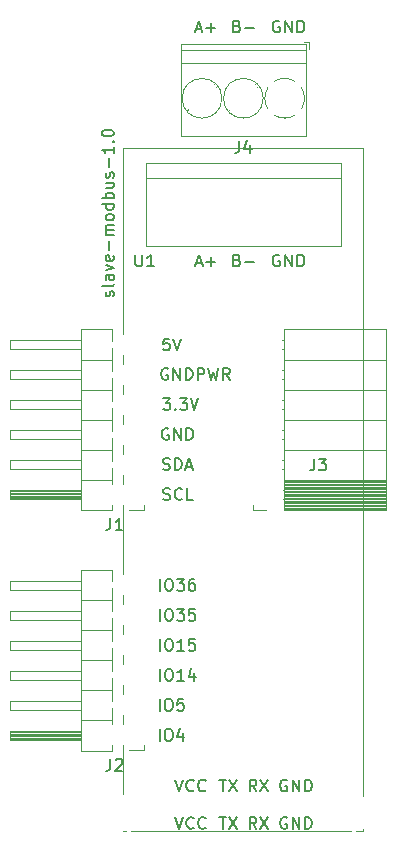
<source format=gto>
G04 #@! TF.GenerationSoftware,KiCad,Pcbnew,5.99.0-unknown-9f841da98e~134~ubuntu20.04.1*
G04 #@! TF.CreationDate,2021-11-20T10:56:18+01:00*
G04 #@! TF.ProjectId,slave-modbus,736c6176-652d-46d6-9f64-6275732e6b69,rev?*
G04 #@! TF.SameCoordinates,PX3a22d00PY8062360*
G04 #@! TF.FileFunction,Legend,Top*
G04 #@! TF.FilePolarity,Positive*
%FSLAX46Y46*%
G04 Gerber Fmt 4.6, Leading zero omitted, Abs format (unit mm)*
G04 Created by KiCad (PCBNEW 5.99.0-unknown-9f841da98e~134~ubuntu20.04.1) date 2021-11-20 10:56:18*
%MOMM*%
%LPD*%
G01*
G04 APERTURE LIST*
%ADD10C,0.150000*%
%ADD11C,0.120000*%
%ADD12R,2.400000X2.400000*%
%ADD13C,2.400000*%
%ADD14C,1.000000*%
%ADD15O,1.524000X3.048000*%
%ADD16C,2.200000*%
%ADD17C,3.200000*%
%ADD18R,3.000000X1.700000*%
%ADD19O,3.000000X1.700000*%
G04 APERTURE END LIST*
D10*
X70508761Y-84771619D02*
X70556380Y-84676380D01*
X70556380Y-84485904D01*
X70508761Y-84390666D01*
X70413523Y-84343047D01*
X70365904Y-84343047D01*
X70270666Y-84390666D01*
X70223047Y-84485904D01*
X70223047Y-84628761D01*
X70175428Y-84724000D01*
X70080190Y-84771619D01*
X70032571Y-84771619D01*
X69937333Y-84724000D01*
X69889714Y-84628761D01*
X69889714Y-84485904D01*
X69937333Y-84390666D01*
X70556380Y-83771619D02*
X70508761Y-83866857D01*
X70413523Y-83914476D01*
X69556380Y-83914476D01*
X70556380Y-82962095D02*
X70032571Y-82962095D01*
X69937333Y-83009714D01*
X69889714Y-83104952D01*
X69889714Y-83295428D01*
X69937333Y-83390666D01*
X70508761Y-82962095D02*
X70556380Y-83057333D01*
X70556380Y-83295428D01*
X70508761Y-83390666D01*
X70413523Y-83438285D01*
X70318285Y-83438285D01*
X70223047Y-83390666D01*
X70175428Y-83295428D01*
X70175428Y-83057333D01*
X70127809Y-82962095D01*
X69889714Y-82581142D02*
X70556380Y-82343047D01*
X69889714Y-82104952D01*
X70508761Y-81343047D02*
X70556380Y-81438285D01*
X70556380Y-81628761D01*
X70508761Y-81724000D01*
X70413523Y-81771619D01*
X70032571Y-81771619D01*
X69937333Y-81724000D01*
X69889714Y-81628761D01*
X69889714Y-81438285D01*
X69937333Y-81343047D01*
X70032571Y-81295428D01*
X70127809Y-81295428D01*
X70223047Y-81771619D01*
X70175428Y-80866857D02*
X70175428Y-80104952D01*
X70556380Y-79628761D02*
X69889714Y-79628761D01*
X69984952Y-79628761D02*
X69937333Y-79581142D01*
X69889714Y-79485904D01*
X69889714Y-79343047D01*
X69937333Y-79247809D01*
X70032571Y-79200190D01*
X70556380Y-79200190D01*
X70032571Y-79200190D02*
X69937333Y-79152571D01*
X69889714Y-79057333D01*
X69889714Y-78914476D01*
X69937333Y-78819238D01*
X70032571Y-78771619D01*
X70556380Y-78771619D01*
X70556380Y-78152571D02*
X70508761Y-78247809D01*
X70461142Y-78295428D01*
X70365904Y-78343047D01*
X70080190Y-78343047D01*
X69984952Y-78295428D01*
X69937333Y-78247809D01*
X69889714Y-78152571D01*
X69889714Y-78009714D01*
X69937333Y-77914476D01*
X69984952Y-77866857D01*
X70080190Y-77819238D01*
X70365904Y-77819238D01*
X70461142Y-77866857D01*
X70508761Y-77914476D01*
X70556380Y-78009714D01*
X70556380Y-78152571D01*
X70556380Y-76962095D02*
X69556380Y-76962095D01*
X70508761Y-76962095D02*
X70556380Y-77057333D01*
X70556380Y-77247809D01*
X70508761Y-77343047D01*
X70461142Y-77390666D01*
X70365904Y-77438285D01*
X70080190Y-77438285D01*
X69984952Y-77390666D01*
X69937333Y-77343047D01*
X69889714Y-77247809D01*
X69889714Y-77057333D01*
X69937333Y-76962095D01*
X70556380Y-76485904D02*
X69556380Y-76485904D01*
X69937333Y-76485904D02*
X69889714Y-76390666D01*
X69889714Y-76200190D01*
X69937333Y-76104952D01*
X69984952Y-76057333D01*
X70080190Y-76009714D01*
X70365904Y-76009714D01*
X70461142Y-76057333D01*
X70508761Y-76104952D01*
X70556380Y-76200190D01*
X70556380Y-76390666D01*
X70508761Y-76485904D01*
X69889714Y-75152571D02*
X70556380Y-75152571D01*
X69889714Y-75581142D02*
X70413523Y-75581142D01*
X70508761Y-75533523D01*
X70556380Y-75438285D01*
X70556380Y-75295428D01*
X70508761Y-75200190D01*
X70461142Y-75152571D01*
X70508761Y-74724000D02*
X70556380Y-74628761D01*
X70556380Y-74438285D01*
X70508761Y-74343047D01*
X70413523Y-74295428D01*
X70365904Y-74295428D01*
X70270666Y-74343047D01*
X70223047Y-74438285D01*
X70223047Y-74581142D01*
X70175428Y-74676380D01*
X70080190Y-74724000D01*
X70032571Y-74724000D01*
X69937333Y-74676380D01*
X69889714Y-74581142D01*
X69889714Y-74438285D01*
X69937333Y-74343047D01*
X70175428Y-73866857D02*
X70175428Y-73104952D01*
X70556380Y-72104952D02*
X70556380Y-72676380D01*
X70556380Y-72390666D02*
X69556380Y-72390666D01*
X69699238Y-72485904D01*
X69794476Y-72581142D01*
X69842095Y-72676380D01*
X70461142Y-71676380D02*
X70508761Y-71628761D01*
X70556380Y-71676380D01*
X70508761Y-71724000D01*
X70461142Y-71676380D01*
X70556380Y-71676380D01*
X69556380Y-71009714D02*
X69556380Y-70914476D01*
X69604000Y-70819238D01*
X69651619Y-70771619D01*
X69746857Y-70724000D01*
X69937333Y-70676380D01*
X70175428Y-70676380D01*
X70365904Y-70724000D01*
X70461142Y-70771619D01*
X70508761Y-70819238D01*
X70556380Y-70914476D01*
X70556380Y-71009714D01*
X70508761Y-71104952D01*
X70461142Y-71152571D01*
X70365904Y-71200190D01*
X70175428Y-71247809D01*
X69937333Y-71247809D01*
X69746857Y-71200190D01*
X69651619Y-71152571D01*
X69604000Y-71104952D01*
X69556380Y-71009714D01*
X75192095Y-95995000D02*
X75096857Y-95947380D01*
X74954000Y-95947380D01*
X74811142Y-95995000D01*
X74715904Y-96090238D01*
X74668285Y-96185476D01*
X74620666Y-96375952D01*
X74620666Y-96518809D01*
X74668285Y-96709285D01*
X74715904Y-96804523D01*
X74811142Y-96899761D01*
X74954000Y-96947380D01*
X75049238Y-96947380D01*
X75192095Y-96899761D01*
X75239714Y-96852142D01*
X75239714Y-96518809D01*
X75049238Y-96518809D01*
X75668285Y-96947380D02*
X75668285Y-95947380D01*
X76239714Y-96947380D01*
X76239714Y-95947380D01*
X76715904Y-96947380D02*
X76715904Y-95947380D01*
X76954000Y-95947380D01*
X77096857Y-95995000D01*
X77192095Y-96090238D01*
X77239714Y-96185476D01*
X77287333Y-96375952D01*
X77287333Y-96518809D01*
X77239714Y-96709285D01*
X77192095Y-96804523D01*
X77096857Y-96899761D01*
X76954000Y-96947380D01*
X76715904Y-96947380D01*
X74477809Y-117327380D02*
X74477809Y-116327380D01*
X75144476Y-116327380D02*
X75334952Y-116327380D01*
X75430190Y-116375000D01*
X75525428Y-116470238D01*
X75573047Y-116660714D01*
X75573047Y-116994047D01*
X75525428Y-117184523D01*
X75430190Y-117279761D01*
X75334952Y-117327380D01*
X75144476Y-117327380D01*
X75049238Y-117279761D01*
X74954000Y-117184523D01*
X74906380Y-116994047D01*
X74906380Y-116660714D01*
X74954000Y-116470238D01*
X75049238Y-116375000D01*
X75144476Y-116327380D01*
X76525428Y-117327380D02*
X75954000Y-117327380D01*
X76239714Y-117327380D02*
X76239714Y-116327380D01*
X76144476Y-116470238D01*
X76049238Y-116565476D01*
X75954000Y-116613095D01*
X77382571Y-116660714D02*
X77382571Y-117327380D01*
X77144476Y-116279761D02*
X76906380Y-116994047D01*
X77525428Y-116994047D01*
X75255523Y-88352380D02*
X74779333Y-88352380D01*
X74731714Y-88828571D01*
X74779333Y-88780952D01*
X74874571Y-88733333D01*
X75112666Y-88733333D01*
X75207904Y-88780952D01*
X75255523Y-88828571D01*
X75303142Y-88923809D01*
X75303142Y-89161904D01*
X75255523Y-89257142D01*
X75207904Y-89304761D01*
X75112666Y-89352380D01*
X74874571Y-89352380D01*
X74779333Y-89304761D01*
X74731714Y-89257142D01*
X75588857Y-88352380D02*
X75922190Y-89352380D01*
X76255523Y-88352380D01*
X80986380Y-61904571D02*
X81129238Y-61952190D01*
X81176857Y-61999809D01*
X81224476Y-62095047D01*
X81224476Y-62237904D01*
X81176857Y-62333142D01*
X81129238Y-62380761D01*
X81034000Y-62428380D01*
X80653047Y-62428380D01*
X80653047Y-61428380D01*
X80986380Y-61428380D01*
X81081619Y-61476000D01*
X81129238Y-61523619D01*
X81176857Y-61618857D01*
X81176857Y-61714095D01*
X81129238Y-61809333D01*
X81081619Y-61856952D01*
X80986380Y-61904571D01*
X80653047Y-61904571D01*
X81653047Y-62047428D02*
X82414952Y-62047428D01*
X75144666Y-90915000D02*
X75049428Y-90867380D01*
X74906571Y-90867380D01*
X74763714Y-90915000D01*
X74668476Y-91010238D01*
X74620857Y-91105476D01*
X74573238Y-91295952D01*
X74573238Y-91438809D01*
X74620857Y-91629285D01*
X74668476Y-91724523D01*
X74763714Y-91819761D01*
X74906571Y-91867380D01*
X75001809Y-91867380D01*
X75144666Y-91819761D01*
X75192285Y-91772142D01*
X75192285Y-91438809D01*
X75001809Y-91438809D01*
X75620857Y-91867380D02*
X75620857Y-90867380D01*
X76192285Y-91867380D01*
X76192285Y-90867380D01*
X76668476Y-91867380D02*
X76668476Y-90867380D01*
X76906571Y-90867380D01*
X77049428Y-90915000D01*
X77144666Y-91010238D01*
X77192285Y-91105476D01*
X77239904Y-91295952D01*
X77239904Y-91438809D01*
X77192285Y-91629285D01*
X77144666Y-91724523D01*
X77049428Y-91819761D01*
X76906571Y-91867380D01*
X76668476Y-91867380D01*
X77668476Y-91867380D02*
X77668476Y-90867380D01*
X78049428Y-90867380D01*
X78144666Y-90915000D01*
X78192285Y-90962619D01*
X78239904Y-91057857D01*
X78239904Y-91200714D01*
X78192285Y-91295952D01*
X78144666Y-91343571D01*
X78049428Y-91391190D01*
X77668476Y-91391190D01*
X78573238Y-90867380D02*
X78811333Y-91867380D01*
X79001809Y-91153095D01*
X79192285Y-91867380D01*
X79430380Y-90867380D01*
X80382761Y-91867380D02*
X80049428Y-91391190D01*
X79811333Y-91867380D02*
X79811333Y-90867380D01*
X80192285Y-90867380D01*
X80287523Y-90915000D01*
X80335142Y-90962619D01*
X80382761Y-91057857D01*
X80382761Y-91200714D01*
X80335142Y-91295952D01*
X80287523Y-91343571D01*
X80192285Y-91391190D01*
X79811333Y-91391190D01*
X74731809Y-93407380D02*
X75350857Y-93407380D01*
X75017523Y-93788333D01*
X75160380Y-93788333D01*
X75255619Y-93835952D01*
X75303238Y-93883571D01*
X75350857Y-93978809D01*
X75350857Y-94216904D01*
X75303238Y-94312142D01*
X75255619Y-94359761D01*
X75160380Y-94407380D01*
X74874666Y-94407380D01*
X74779428Y-94359761D01*
X74731809Y-94312142D01*
X75779428Y-94312142D02*
X75827047Y-94359761D01*
X75779428Y-94407380D01*
X75731809Y-94359761D01*
X75779428Y-94312142D01*
X75779428Y-94407380D01*
X76160380Y-93407380D02*
X76779428Y-93407380D01*
X76446095Y-93788333D01*
X76588952Y-93788333D01*
X76684190Y-93835952D01*
X76731809Y-93883571D01*
X76779428Y-93978809D01*
X76779428Y-94216904D01*
X76731809Y-94312142D01*
X76684190Y-94359761D01*
X76588952Y-94407380D01*
X76303238Y-94407380D01*
X76208000Y-94359761D01*
X76160380Y-94312142D01*
X77065142Y-93407380D02*
X77398476Y-94407380D01*
X77731809Y-93407380D01*
X74477809Y-114787380D02*
X74477809Y-113787380D01*
X75144476Y-113787380D02*
X75334952Y-113787380D01*
X75430190Y-113835000D01*
X75525428Y-113930238D01*
X75573047Y-114120714D01*
X75573047Y-114454047D01*
X75525428Y-114644523D01*
X75430190Y-114739761D01*
X75334952Y-114787380D01*
X75144476Y-114787380D01*
X75049238Y-114739761D01*
X74954000Y-114644523D01*
X74906380Y-114454047D01*
X74906380Y-114120714D01*
X74954000Y-113930238D01*
X75049238Y-113835000D01*
X75144476Y-113787380D01*
X76525428Y-114787380D02*
X75954000Y-114787380D01*
X76239714Y-114787380D02*
X76239714Y-113787380D01*
X76144476Y-113930238D01*
X76049238Y-114025476D01*
X75954000Y-114073095D01*
X77430190Y-113787380D02*
X76954000Y-113787380D01*
X76906380Y-114263571D01*
X76954000Y-114215952D01*
X77049238Y-114168333D01*
X77287333Y-114168333D01*
X77382571Y-114215952D01*
X77430190Y-114263571D01*
X77477809Y-114358809D01*
X77477809Y-114596904D01*
X77430190Y-114692142D01*
X77382571Y-114739761D01*
X77287333Y-114787380D01*
X77049238Y-114787380D01*
X76954000Y-114739761D01*
X76906380Y-114692142D01*
X74446000Y-119867380D02*
X74446000Y-118867380D01*
X75112666Y-118867380D02*
X75303142Y-118867380D01*
X75398380Y-118915000D01*
X75493619Y-119010238D01*
X75541238Y-119200714D01*
X75541238Y-119534047D01*
X75493619Y-119724523D01*
X75398380Y-119819761D01*
X75303142Y-119867380D01*
X75112666Y-119867380D01*
X75017428Y-119819761D01*
X74922190Y-119724523D01*
X74874571Y-119534047D01*
X74874571Y-119200714D01*
X74922190Y-119010238D01*
X75017428Y-118915000D01*
X75112666Y-118867380D01*
X76446000Y-118867380D02*
X75969809Y-118867380D01*
X75922190Y-119343571D01*
X75969809Y-119295952D01*
X76065047Y-119248333D01*
X76303142Y-119248333D01*
X76398380Y-119295952D01*
X76446000Y-119343571D01*
X76493619Y-119438809D01*
X76493619Y-119676904D01*
X76446000Y-119772142D01*
X76398380Y-119819761D01*
X76303142Y-119867380D01*
X76065047Y-119867380D01*
X75969809Y-119819761D01*
X75922190Y-119772142D01*
X74446000Y-122407380D02*
X74446000Y-121407380D01*
X75112666Y-121407380D02*
X75303142Y-121407380D01*
X75398380Y-121455000D01*
X75493619Y-121550238D01*
X75541238Y-121740714D01*
X75541238Y-122074047D01*
X75493619Y-122264523D01*
X75398380Y-122359761D01*
X75303142Y-122407380D01*
X75112666Y-122407380D01*
X75017428Y-122359761D01*
X74922190Y-122264523D01*
X74874571Y-122074047D01*
X74874571Y-121740714D01*
X74922190Y-121550238D01*
X75017428Y-121455000D01*
X75112666Y-121407380D01*
X76398380Y-121740714D02*
X76398380Y-122407380D01*
X76160285Y-121359761D02*
X75922190Y-122074047D01*
X76541238Y-122074047D01*
X74739714Y-99439761D02*
X74882571Y-99487380D01*
X75120666Y-99487380D01*
X75215904Y-99439761D01*
X75263523Y-99392142D01*
X75311142Y-99296904D01*
X75311142Y-99201666D01*
X75263523Y-99106428D01*
X75215904Y-99058809D01*
X75120666Y-99011190D01*
X74930190Y-98963571D01*
X74834952Y-98915952D01*
X74787333Y-98868333D01*
X74739714Y-98773095D01*
X74739714Y-98677857D01*
X74787333Y-98582619D01*
X74834952Y-98535000D01*
X74930190Y-98487380D01*
X75168285Y-98487380D01*
X75311142Y-98535000D01*
X75739714Y-99487380D02*
X75739714Y-98487380D01*
X75977809Y-98487380D01*
X76120666Y-98535000D01*
X76215904Y-98630238D01*
X76263523Y-98725476D01*
X76311142Y-98915952D01*
X76311142Y-99058809D01*
X76263523Y-99249285D01*
X76215904Y-99344523D01*
X76120666Y-99439761D01*
X75977809Y-99487380D01*
X75739714Y-99487380D01*
X76692095Y-99201666D02*
X77168285Y-99201666D01*
X76596857Y-99487380D02*
X76930190Y-98487380D01*
X77263523Y-99487380D01*
X74763523Y-101979761D02*
X74906380Y-102027380D01*
X75144476Y-102027380D01*
X75239714Y-101979761D01*
X75287333Y-101932142D01*
X75334952Y-101836904D01*
X75334952Y-101741666D01*
X75287333Y-101646428D01*
X75239714Y-101598809D01*
X75144476Y-101551190D01*
X74954000Y-101503571D01*
X74858761Y-101455952D01*
X74811142Y-101408333D01*
X74763523Y-101313095D01*
X74763523Y-101217857D01*
X74811142Y-101122619D01*
X74858761Y-101075000D01*
X74954000Y-101027380D01*
X75192095Y-101027380D01*
X75334952Y-101075000D01*
X76334952Y-101932142D02*
X76287333Y-101979761D01*
X76144476Y-102027380D01*
X76049238Y-102027380D01*
X75906380Y-101979761D01*
X75811142Y-101884523D01*
X75763523Y-101789285D01*
X75715904Y-101598809D01*
X75715904Y-101455952D01*
X75763523Y-101265476D01*
X75811142Y-101170238D01*
X75906380Y-101075000D01*
X76049238Y-101027380D01*
X76144476Y-101027380D01*
X76287333Y-101075000D01*
X76334952Y-101122619D01*
X77239714Y-102027380D02*
X76763523Y-102027380D01*
X76763523Y-101027380D01*
X74477809Y-109707380D02*
X74477809Y-108707380D01*
X75144476Y-108707380D02*
X75334952Y-108707380D01*
X75430190Y-108755000D01*
X75525428Y-108850238D01*
X75573047Y-109040714D01*
X75573047Y-109374047D01*
X75525428Y-109564523D01*
X75430190Y-109659761D01*
X75334952Y-109707380D01*
X75144476Y-109707380D01*
X75049238Y-109659761D01*
X74954000Y-109564523D01*
X74906380Y-109374047D01*
X74906380Y-109040714D01*
X74954000Y-108850238D01*
X75049238Y-108755000D01*
X75144476Y-108707380D01*
X75906380Y-108707380D02*
X76525428Y-108707380D01*
X76192095Y-109088333D01*
X76334952Y-109088333D01*
X76430190Y-109135952D01*
X76477809Y-109183571D01*
X76525428Y-109278809D01*
X76525428Y-109516904D01*
X76477809Y-109612142D01*
X76430190Y-109659761D01*
X76334952Y-109707380D01*
X76049238Y-109707380D01*
X75954000Y-109659761D01*
X75906380Y-109612142D01*
X77382571Y-108707380D02*
X77192095Y-108707380D01*
X77096857Y-108755000D01*
X77049238Y-108802619D01*
X76954000Y-108945476D01*
X76906380Y-109135952D01*
X76906380Y-109516904D01*
X76954000Y-109612142D01*
X77001619Y-109659761D01*
X77096857Y-109707380D01*
X77287333Y-109707380D01*
X77382571Y-109659761D01*
X77430190Y-109612142D01*
X77477809Y-109516904D01*
X77477809Y-109278809D01*
X77430190Y-109183571D01*
X77382571Y-109135952D01*
X77287333Y-109088333D01*
X77096857Y-109088333D01*
X77001619Y-109135952D01*
X76954000Y-109183571D01*
X76906380Y-109278809D01*
X84582095Y-61476000D02*
X84486857Y-61428380D01*
X84344000Y-61428380D01*
X84201142Y-61476000D01*
X84105904Y-61571238D01*
X84058285Y-61666476D01*
X84010666Y-61856952D01*
X84010666Y-61999809D01*
X84058285Y-62190285D01*
X84105904Y-62285523D01*
X84201142Y-62380761D01*
X84344000Y-62428380D01*
X84439238Y-62428380D01*
X84582095Y-62380761D01*
X84629714Y-62333142D01*
X84629714Y-61999809D01*
X84439238Y-61999809D01*
X85058285Y-62428380D02*
X85058285Y-61428380D01*
X85629714Y-62428380D01*
X85629714Y-61428380D01*
X86105904Y-62428380D02*
X86105904Y-61428380D01*
X86344000Y-61428380D01*
X86486857Y-61476000D01*
X86582095Y-61571238D01*
X86629714Y-61666476D01*
X86677333Y-61856952D01*
X86677333Y-61999809D01*
X86629714Y-62190285D01*
X86582095Y-62285523D01*
X86486857Y-62380761D01*
X86344000Y-62428380D01*
X86105904Y-62428380D01*
X77501857Y-62142666D02*
X77978047Y-62142666D01*
X77406619Y-62428380D02*
X77739952Y-61428380D01*
X78073285Y-62428380D01*
X78406619Y-62047428D02*
X79168523Y-62047428D01*
X78787571Y-62428380D02*
X78787571Y-61666476D01*
X74477809Y-112247380D02*
X74477809Y-111247380D01*
X75144476Y-111247380D02*
X75334952Y-111247380D01*
X75430190Y-111295000D01*
X75525428Y-111390238D01*
X75573047Y-111580714D01*
X75573047Y-111914047D01*
X75525428Y-112104523D01*
X75430190Y-112199761D01*
X75334952Y-112247380D01*
X75144476Y-112247380D01*
X75049238Y-112199761D01*
X74954000Y-112104523D01*
X74906380Y-111914047D01*
X74906380Y-111580714D01*
X74954000Y-111390238D01*
X75049238Y-111295000D01*
X75144476Y-111247380D01*
X75906380Y-111247380D02*
X76525428Y-111247380D01*
X76192095Y-111628333D01*
X76334952Y-111628333D01*
X76430190Y-111675952D01*
X76477809Y-111723571D01*
X76525428Y-111818809D01*
X76525428Y-112056904D01*
X76477809Y-112152142D01*
X76430190Y-112199761D01*
X76334952Y-112247380D01*
X76049238Y-112247380D01*
X75954000Y-112199761D01*
X75906380Y-112152142D01*
X77430190Y-111247380D02*
X76954000Y-111247380D01*
X76906380Y-111723571D01*
X76954000Y-111675952D01*
X77049238Y-111628333D01*
X77287333Y-111628333D01*
X77382571Y-111675952D01*
X77430190Y-111723571D01*
X77477809Y-111818809D01*
X77477809Y-112056904D01*
X77430190Y-112152142D01*
X77382571Y-112199761D01*
X77287333Y-112247380D01*
X77049238Y-112247380D01*
X76954000Y-112199761D01*
X76906380Y-112152142D01*
X81200666Y-71622380D02*
X81200666Y-72336666D01*
X81153047Y-72479523D01*
X81057809Y-72574761D01*
X80914952Y-72622380D01*
X80819714Y-72622380D01*
X82105428Y-71955714D02*
X82105428Y-72622380D01*
X81867333Y-71574761D02*
X81629238Y-72289047D01*
X82248285Y-72289047D01*
X72398095Y-81240380D02*
X72398095Y-82049904D01*
X72445714Y-82145142D01*
X72493333Y-82192761D01*
X72588571Y-82240380D01*
X72779047Y-82240380D01*
X72874285Y-82192761D01*
X72921904Y-82145142D01*
X72969523Y-82049904D01*
X72969523Y-81240380D01*
X73969523Y-82240380D02*
X73398095Y-82240380D01*
X73683809Y-82240380D02*
X73683809Y-81240380D01*
X73588571Y-81383238D01*
X73493333Y-81478476D01*
X73398095Y-81526095D01*
X77509857Y-81954666D02*
X77986047Y-81954666D01*
X77414619Y-82240380D02*
X77747952Y-81240380D01*
X78081285Y-82240380D01*
X78414619Y-81859428D02*
X79176523Y-81859428D01*
X78795571Y-82240380D02*
X78795571Y-81478476D01*
X79510095Y-128865380D02*
X80081523Y-128865380D01*
X79795809Y-129865380D02*
X79795809Y-128865380D01*
X80319619Y-128865380D02*
X80986285Y-129865380D01*
X80986285Y-128865380D02*
X80319619Y-129865380D01*
X79510095Y-125690380D02*
X80081523Y-125690380D01*
X79795809Y-126690380D02*
X79795809Y-125690380D01*
X80319619Y-125690380D02*
X80986285Y-126690380D01*
X80986285Y-125690380D02*
X80319619Y-126690380D01*
X85225095Y-125738000D02*
X85129857Y-125690380D01*
X84987000Y-125690380D01*
X84844142Y-125738000D01*
X84748904Y-125833238D01*
X84701285Y-125928476D01*
X84653666Y-126118952D01*
X84653666Y-126261809D01*
X84701285Y-126452285D01*
X84748904Y-126547523D01*
X84844142Y-126642761D01*
X84987000Y-126690380D01*
X85082238Y-126690380D01*
X85225095Y-126642761D01*
X85272714Y-126595142D01*
X85272714Y-126261809D01*
X85082238Y-126261809D01*
X85701285Y-126690380D02*
X85701285Y-125690380D01*
X86272714Y-126690380D01*
X86272714Y-125690380D01*
X86748904Y-126690380D02*
X86748904Y-125690380D01*
X86987000Y-125690380D01*
X87129857Y-125738000D01*
X87225095Y-125833238D01*
X87272714Y-125928476D01*
X87320333Y-126118952D01*
X87320333Y-126261809D01*
X87272714Y-126452285D01*
X87225095Y-126547523D01*
X87129857Y-126642761D01*
X86987000Y-126690380D01*
X86748904Y-126690380D01*
X80994380Y-81716571D02*
X81137238Y-81764190D01*
X81184857Y-81811809D01*
X81232476Y-81907047D01*
X81232476Y-82049904D01*
X81184857Y-82145142D01*
X81137238Y-82192761D01*
X81042000Y-82240380D01*
X80661047Y-82240380D01*
X80661047Y-81240380D01*
X80994380Y-81240380D01*
X81089619Y-81288000D01*
X81137238Y-81335619D01*
X81184857Y-81430857D01*
X81184857Y-81526095D01*
X81137238Y-81621333D01*
X81089619Y-81668952D01*
X80994380Y-81716571D01*
X80661047Y-81716571D01*
X81661047Y-81859428D02*
X82422952Y-81859428D01*
X85225095Y-128913000D02*
X85129857Y-128865380D01*
X84987000Y-128865380D01*
X84844142Y-128913000D01*
X84748904Y-129008238D01*
X84701285Y-129103476D01*
X84653666Y-129293952D01*
X84653666Y-129436809D01*
X84701285Y-129627285D01*
X84748904Y-129722523D01*
X84844142Y-129817761D01*
X84987000Y-129865380D01*
X85082238Y-129865380D01*
X85225095Y-129817761D01*
X85272714Y-129770142D01*
X85272714Y-129436809D01*
X85082238Y-129436809D01*
X85701285Y-129865380D02*
X85701285Y-128865380D01*
X86272714Y-129865380D01*
X86272714Y-128865380D01*
X86748904Y-129865380D02*
X86748904Y-128865380D01*
X86987000Y-128865380D01*
X87129857Y-128913000D01*
X87225095Y-129008238D01*
X87272714Y-129103476D01*
X87320333Y-129293952D01*
X87320333Y-129436809D01*
X87272714Y-129627285D01*
X87225095Y-129722523D01*
X87129857Y-129817761D01*
X86987000Y-129865380D01*
X86748904Y-129865380D01*
X84590095Y-81288000D02*
X84494857Y-81240380D01*
X84352000Y-81240380D01*
X84209142Y-81288000D01*
X84113904Y-81383238D01*
X84066285Y-81478476D01*
X84018666Y-81668952D01*
X84018666Y-81811809D01*
X84066285Y-82002285D01*
X84113904Y-82097523D01*
X84209142Y-82192761D01*
X84352000Y-82240380D01*
X84447238Y-82240380D01*
X84590095Y-82192761D01*
X84637714Y-82145142D01*
X84637714Y-81811809D01*
X84447238Y-81811809D01*
X85066285Y-82240380D02*
X85066285Y-81240380D01*
X85637714Y-82240380D01*
X85637714Y-81240380D01*
X86113904Y-82240380D02*
X86113904Y-81240380D01*
X86352000Y-81240380D01*
X86494857Y-81288000D01*
X86590095Y-81383238D01*
X86637714Y-81478476D01*
X86685333Y-81668952D01*
X86685333Y-81811809D01*
X86637714Y-82002285D01*
X86590095Y-82097523D01*
X86494857Y-82192761D01*
X86352000Y-82240380D01*
X86113904Y-82240380D01*
X82645333Y-126690380D02*
X82312000Y-126214190D01*
X82073904Y-126690380D02*
X82073904Y-125690380D01*
X82454857Y-125690380D01*
X82550095Y-125738000D01*
X82597714Y-125785619D01*
X82645333Y-125880857D01*
X82645333Y-126023714D01*
X82597714Y-126118952D01*
X82550095Y-126166571D01*
X82454857Y-126214190D01*
X82073904Y-126214190D01*
X82978666Y-125690380D02*
X83645333Y-126690380D01*
X83645333Y-125690380D02*
X82978666Y-126690380D01*
X75763666Y-125690380D02*
X76097000Y-126690380D01*
X76430333Y-125690380D01*
X77335095Y-126595142D02*
X77287476Y-126642761D01*
X77144619Y-126690380D01*
X77049380Y-126690380D01*
X76906523Y-126642761D01*
X76811285Y-126547523D01*
X76763666Y-126452285D01*
X76716047Y-126261809D01*
X76716047Y-126118952D01*
X76763666Y-125928476D01*
X76811285Y-125833238D01*
X76906523Y-125738000D01*
X77049380Y-125690380D01*
X77144619Y-125690380D01*
X77287476Y-125738000D01*
X77335095Y-125785619D01*
X78335095Y-126595142D02*
X78287476Y-126642761D01*
X78144619Y-126690380D01*
X78049380Y-126690380D01*
X77906523Y-126642761D01*
X77811285Y-126547523D01*
X77763666Y-126452285D01*
X77716047Y-126261809D01*
X77716047Y-126118952D01*
X77763666Y-125928476D01*
X77811285Y-125833238D01*
X77906523Y-125738000D01*
X78049380Y-125690380D01*
X78144619Y-125690380D01*
X78287476Y-125738000D01*
X78335095Y-125785619D01*
X82645333Y-129865380D02*
X82312000Y-129389190D01*
X82073904Y-129865380D02*
X82073904Y-128865380D01*
X82454857Y-128865380D01*
X82550095Y-128913000D01*
X82597714Y-128960619D01*
X82645333Y-129055857D01*
X82645333Y-129198714D01*
X82597714Y-129293952D01*
X82550095Y-129341571D01*
X82454857Y-129389190D01*
X82073904Y-129389190D01*
X82978666Y-128865380D02*
X83645333Y-129865380D01*
X83645333Y-128865380D02*
X82978666Y-129865380D01*
X75763666Y-128865380D02*
X76097000Y-129865380D01*
X76430333Y-128865380D01*
X77335095Y-129770142D02*
X77287476Y-129817761D01*
X77144619Y-129865380D01*
X77049380Y-129865380D01*
X76906523Y-129817761D01*
X76811285Y-129722523D01*
X76763666Y-129627285D01*
X76716047Y-129436809D01*
X76716047Y-129293952D01*
X76763666Y-129103476D01*
X76811285Y-129008238D01*
X76906523Y-128913000D01*
X77049380Y-128865380D01*
X77144619Y-128865380D01*
X77287476Y-128913000D01*
X77335095Y-128960619D01*
X78335095Y-129770142D02*
X78287476Y-129817761D01*
X78144619Y-129865380D01*
X78049380Y-129865380D01*
X77906523Y-129817761D01*
X77811285Y-129722523D01*
X77763666Y-129627285D01*
X77716047Y-129436809D01*
X77716047Y-129293952D01*
X77763666Y-129103476D01*
X77811285Y-129008238D01*
X77906523Y-128913000D01*
X78049380Y-128865380D01*
X78144619Y-128865380D01*
X78287476Y-128913000D01*
X78335095Y-128960619D01*
X70286666Y-103567380D02*
X70286666Y-104281666D01*
X70239047Y-104424523D01*
X70143809Y-104519761D01*
X70000952Y-104567380D01*
X69905714Y-104567380D01*
X71286666Y-104567380D02*
X70715238Y-104567380D01*
X71000952Y-104567380D02*
X71000952Y-103567380D01*
X70905714Y-103710238D01*
X70810476Y-103805476D01*
X70715238Y-103853095D01*
X70286666Y-123947380D02*
X70286666Y-124661666D01*
X70239047Y-124804523D01*
X70143809Y-124899761D01*
X70000952Y-124947380D01*
X69905714Y-124947380D01*
X70715238Y-124042619D02*
X70762857Y-123995000D01*
X70858095Y-123947380D01*
X71096190Y-123947380D01*
X71191428Y-123995000D01*
X71239047Y-124042619D01*
X71286666Y-124137857D01*
X71286666Y-124233095D01*
X71239047Y-124375952D01*
X70667619Y-124947380D01*
X71286666Y-124947380D01*
X87538666Y-98512380D02*
X87538666Y-99226666D01*
X87491047Y-99369523D01*
X87395809Y-99464761D01*
X87252952Y-99512380D01*
X87157714Y-99512380D01*
X87919619Y-98512380D02*
X88538666Y-98512380D01*
X88205333Y-98893333D01*
X88348190Y-98893333D01*
X88443428Y-98940952D01*
X88491047Y-98988571D01*
X88538666Y-99083809D01*
X88538666Y-99321904D01*
X88491047Y-99417142D01*
X88443428Y-99464761D01*
X88348190Y-99512380D01*
X88062476Y-99512380D01*
X87967238Y-99464761D01*
X87919619Y-99417142D01*
D11*
X86844000Y-63910000D02*
X76224000Y-63910000D01*
X76964000Y-69285000D02*
X77058000Y-69191000D01*
X80259000Y-69079000D02*
X80388000Y-68951000D01*
X86844000Y-65010000D02*
X76224000Y-65010000D01*
X80464000Y-69285000D02*
X80558000Y-69191000D01*
X86844000Y-71170000D02*
X86844000Y-63450000D01*
X76224000Y-71170000D02*
X76224000Y-63450000D01*
X87084000Y-63210000D02*
X86684000Y-63210000D01*
X82509000Y-66829000D02*
X82603000Y-66736000D01*
X82679000Y-67069000D02*
X82808000Y-66941000D01*
X86844000Y-63450000D02*
X76224000Y-63450000D01*
X87084000Y-63850000D02*
X87084000Y-63210000D01*
X76759000Y-69079000D02*
X76888000Y-68951000D01*
X79009000Y-66829000D02*
X79103000Y-66736000D01*
X86844000Y-71170000D02*
X76224000Y-71170000D01*
X79179000Y-67069000D02*
X79308000Y-66941000D01*
X86459358Y-67120106D02*
G75*
G02*
X86474000Y-68876000I-1425358J-889894D01*
G01*
X84143736Y-66585279D02*
G75*
G02*
X85034000Y-66330000I890264J-1424721D01*
G01*
X85923894Y-69435358D02*
G75*
G02*
X84168000Y-69450000I-889894J1425358D01*
G01*
X83608495Y-68900193D02*
G75*
G02*
X83609000Y-67119000I1425505J890193D01*
G01*
X85005326Y-66329901D02*
G75*
G02*
X85900000Y-66570000I28674J-1680099D01*
G01*
X83214000Y-68010000D02*
G75*
G03*
X83214000Y-68010000I-1680000J0D01*
G01*
X79714000Y-68010000D02*
G75*
G03*
X79714000Y-68010000I-1680000J0D01*
G01*
X71382000Y-130048000D02*
X91702000Y-130048000D01*
X71382000Y-72263000D02*
X71382000Y-130048000D01*
X73287000Y-80518000D02*
X73287000Y-73533000D01*
X73287000Y-74803000D02*
X89797000Y-74803000D01*
X89797000Y-80518000D02*
X73287000Y-80518000D01*
X71382000Y-72263000D02*
X91702000Y-72263000D01*
X73287000Y-73533000D02*
X89797000Y-73533000D01*
X89797000Y-73533000D02*
X89797000Y-80518000D01*
X91702000Y-130048000D02*
X91702000Y-72263000D01*
X70450000Y-87545000D02*
X67790000Y-87545000D01*
X67790000Y-102905000D02*
X70450000Y-102905000D01*
X61790000Y-96115000D02*
X67790000Y-96115000D01*
X70847071Y-99415000D02*
X70450000Y-99415000D01*
X67790000Y-101895000D02*
X61790000Y-101895000D01*
X70450000Y-90145000D02*
X67790000Y-90145000D01*
X67790000Y-101415000D02*
X61790000Y-101415000D01*
X61790000Y-96875000D02*
X61790000Y-96115000D01*
X70847071Y-96875000D02*
X70450000Y-96875000D01*
X67790000Y-94335000D02*
X61790000Y-94335000D01*
X70780000Y-101195000D02*
X70450000Y-101195000D01*
X67790000Y-87545000D02*
X67790000Y-102905000D01*
X61790000Y-93575000D02*
X67790000Y-93575000D01*
X61790000Y-91795000D02*
X61790000Y-91035000D01*
X70847071Y-89255000D02*
X70450000Y-89255000D01*
X61790000Y-91035000D02*
X67790000Y-91035000D01*
X67790000Y-89255000D02*
X61790000Y-89255000D01*
X67790000Y-101295000D02*
X61790000Y-101295000D01*
X70450000Y-95225000D02*
X67790000Y-95225000D01*
X61790000Y-89255000D02*
X61790000Y-88495000D01*
X61790000Y-101955000D02*
X61790000Y-101195000D01*
X73160000Y-101575000D02*
X73160000Y-102845000D01*
X70847071Y-91795000D02*
X70450000Y-91795000D01*
X61790000Y-88495000D02*
X67790000Y-88495000D01*
X70847071Y-94335000D02*
X70450000Y-94335000D01*
X67790000Y-91795000D02*
X61790000Y-91795000D01*
X67790000Y-101955000D02*
X61790000Y-101955000D01*
X70780000Y-101955000D02*
X70450000Y-101955000D01*
X67790000Y-99415000D02*
X61790000Y-99415000D01*
X70450000Y-102905000D02*
X70450000Y-87545000D01*
X73160000Y-102845000D02*
X71890000Y-102845000D01*
X70847071Y-96115000D02*
X70450000Y-96115000D01*
X70450000Y-92685000D02*
X67790000Y-92685000D01*
X70450000Y-97765000D02*
X67790000Y-97765000D01*
X70847071Y-93575000D02*
X70450000Y-93575000D01*
X70450000Y-100305000D02*
X67790000Y-100305000D01*
X61790000Y-101195000D02*
X67790000Y-101195000D01*
X67790000Y-101535000D02*
X61790000Y-101535000D01*
X67790000Y-96875000D02*
X61790000Y-96875000D01*
X70847071Y-98655000D02*
X70450000Y-98655000D01*
X67790000Y-101655000D02*
X61790000Y-101655000D01*
X61790000Y-99415000D02*
X61790000Y-98655000D01*
X61790000Y-98655000D02*
X67790000Y-98655000D01*
X70847071Y-88495000D02*
X70450000Y-88495000D01*
X67790000Y-101775000D02*
X61790000Y-101775000D01*
X61790000Y-94335000D02*
X61790000Y-93575000D01*
X70847071Y-91035000D02*
X70450000Y-91035000D01*
X70450000Y-120685000D02*
X67790000Y-120685000D01*
X70847071Y-117255000D02*
X70450000Y-117255000D01*
X61790000Y-114715000D02*
X61790000Y-113955000D01*
X61790000Y-119035000D02*
X67790000Y-119035000D01*
X61790000Y-116495000D02*
X67790000Y-116495000D01*
X73160000Y-123225000D02*
X71890000Y-123225000D01*
X67790000Y-121915000D02*
X61790000Y-121915000D01*
X73160000Y-121955000D02*
X73160000Y-123225000D01*
X67790000Y-107925000D02*
X67790000Y-123285000D01*
X70450000Y-110525000D02*
X67790000Y-110525000D01*
X61790000Y-112175000D02*
X61790000Y-111415000D01*
X70450000Y-123285000D02*
X70450000Y-107925000D01*
X70450000Y-115605000D02*
X67790000Y-115605000D01*
X61790000Y-119795000D02*
X61790000Y-119035000D01*
X61790000Y-113955000D02*
X67790000Y-113955000D01*
X70847071Y-119035000D02*
X70450000Y-119035000D01*
X70780000Y-122335000D02*
X70450000Y-122335000D01*
X67790000Y-121795000D02*
X61790000Y-121795000D01*
X70847071Y-113955000D02*
X70450000Y-113955000D01*
X67790000Y-122035000D02*
X61790000Y-122035000D01*
X67790000Y-114715000D02*
X61790000Y-114715000D01*
X70847071Y-109635000D02*
X70450000Y-109635000D01*
X70847071Y-108875000D02*
X70450000Y-108875000D01*
X67790000Y-117255000D02*
X61790000Y-117255000D01*
X67790000Y-122335000D02*
X61790000Y-122335000D01*
X70847071Y-112175000D02*
X70450000Y-112175000D01*
X67790000Y-121675000D02*
X61790000Y-121675000D01*
X70450000Y-113065000D02*
X67790000Y-113065000D01*
X70847071Y-114715000D02*
X70450000Y-114715000D01*
X70450000Y-107925000D02*
X67790000Y-107925000D01*
X67790000Y-123285000D02*
X70450000Y-123285000D01*
X61790000Y-111415000D02*
X67790000Y-111415000D01*
X70847071Y-111415000D02*
X70450000Y-111415000D01*
X61790000Y-108875000D02*
X67790000Y-108875000D01*
X70847071Y-116495000D02*
X70450000Y-116495000D01*
X67790000Y-119795000D02*
X61790000Y-119795000D01*
X61790000Y-122335000D02*
X61790000Y-121575000D01*
X61790000Y-117255000D02*
X61790000Y-116495000D01*
X70780000Y-121575000D02*
X70450000Y-121575000D01*
X61790000Y-121575000D02*
X67790000Y-121575000D01*
X70450000Y-118145000D02*
X67790000Y-118145000D01*
X70847071Y-119795000D02*
X70450000Y-119795000D01*
X67790000Y-122155000D02*
X61790000Y-122155000D01*
X67790000Y-112175000D02*
X61790000Y-112175000D01*
X61790000Y-109635000D02*
X61790000Y-108875000D01*
X67790000Y-122275000D02*
X61790000Y-122275000D01*
X67790000Y-109635000D02*
X61790000Y-109635000D01*
X93582000Y-101249765D02*
X84952000Y-101249765D01*
X84952000Y-101215000D02*
X84602000Y-101215000D01*
X93582000Y-100423100D02*
X84952000Y-100423100D01*
X93582000Y-102312620D02*
X84952000Y-102312620D01*
X93582000Y-100659290D02*
X84952000Y-100659290D01*
X93582000Y-102548810D02*
X84952000Y-102548810D01*
X93582000Y-100895480D02*
X84952000Y-100895480D01*
X84952000Y-88515000D02*
X84542000Y-88515000D01*
X93582000Y-102430715D02*
X84952000Y-102430715D01*
X93582000Y-101367860D02*
X84952000Y-101367860D01*
X93582000Y-100541195D02*
X84952000Y-100541195D01*
X93582000Y-97765000D02*
X84952000Y-97765000D01*
X93582000Y-102785000D02*
X84952000Y-102785000D01*
X84952000Y-93595000D02*
X84542000Y-93595000D01*
X84952000Y-91055000D02*
X84542000Y-91055000D01*
X93582000Y-101131670D02*
X84952000Y-101131670D01*
X93582000Y-102905000D02*
X84952000Y-102905000D01*
X93582000Y-87545000D02*
X84952000Y-87545000D01*
X84952000Y-102905000D02*
X84952000Y-87545000D01*
X84952000Y-101935000D02*
X84602000Y-101935000D01*
X84952000Y-94315000D02*
X84542000Y-94315000D01*
X93582000Y-90145000D02*
X84952000Y-90145000D01*
X93582000Y-101013575D02*
X84952000Y-101013575D01*
X84952000Y-96135000D02*
X84542000Y-96135000D01*
X93582000Y-101485955D02*
X84952000Y-101485955D01*
X93582000Y-101958335D02*
X84952000Y-101958335D01*
X93582000Y-101840240D02*
X84952000Y-101840240D01*
X93582000Y-102194525D02*
X84952000Y-102194525D01*
X93582000Y-102666905D02*
X84952000Y-102666905D01*
X93582000Y-102076430D02*
X84952000Y-102076430D01*
X84952000Y-98675000D02*
X84542000Y-98675000D01*
X84952000Y-96855000D02*
X84542000Y-96855000D01*
X93582000Y-100305000D02*
X84952000Y-100305000D01*
X82382000Y-102905000D02*
X82382000Y-101575000D01*
X93582000Y-102905000D02*
X93582000Y-87545000D01*
X83492000Y-102905000D02*
X82382000Y-102905000D01*
X93582000Y-100777385D02*
X84952000Y-100777385D01*
X84952000Y-89235000D02*
X84542000Y-89235000D01*
X93582000Y-101722145D02*
X84952000Y-101722145D01*
X84952000Y-99395000D02*
X84542000Y-99395000D01*
X93582000Y-92685000D02*
X84952000Y-92685000D01*
X93582000Y-95225000D02*
X84952000Y-95225000D01*
X93582000Y-101604050D02*
X84952000Y-101604050D01*
X84952000Y-91775000D02*
X84542000Y-91775000D01*
%LPC*%
D12*
X85034000Y-68010000D03*
D13*
X81534000Y-68010000D03*
X78034000Y-68010000D03*
D14*
X73922000Y-124333000D03*
X89162000Y-124333000D03*
D15*
X77732000Y-123063000D03*
X80272000Y-123063000D03*
X82812000Y-123063000D03*
X85352000Y-123063000D03*
X84082000Y-85598000D03*
X81542000Y-85598000D03*
X79002000Y-85598000D03*
D16*
X73922000Y-85598000D03*
X89162000Y-85598000D03*
D17*
X90932000Y-64008000D03*
D18*
X71890000Y-101575000D03*
D19*
X71890000Y-99035000D03*
X71890000Y-96495000D03*
X71890000Y-93955000D03*
X71890000Y-91415000D03*
X71890000Y-88875000D03*
D17*
X90932000Y-128524000D03*
X71890000Y-128524000D03*
X71890000Y-64008000D03*
D18*
X71890000Y-121955000D03*
D19*
X71890000Y-119415000D03*
X71890000Y-116875000D03*
X71890000Y-114335000D03*
X71890000Y-111795000D03*
X71890000Y-109255000D03*
D18*
X83492000Y-101575000D03*
D19*
X83492000Y-99035000D03*
X83492000Y-96495000D03*
X83492000Y-93955000D03*
X83492000Y-91415000D03*
X83492000Y-88875000D03*
M02*

</source>
